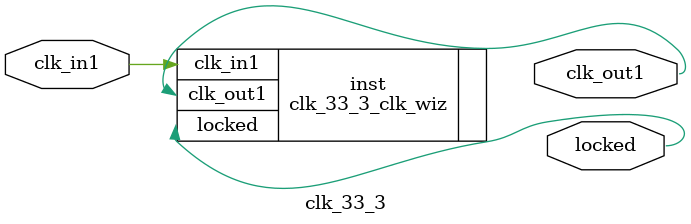
<source format=v>


`timescale 1ps/1ps

(* CORE_GENERATION_INFO = "clk_33_3,clk_wiz_v6_0_9_0_0,{component_name=clk_33_3,use_phase_alignment=true,use_min_o_jitter=false,use_max_i_jitter=false,use_dyn_phase_shift=false,use_inclk_switchover=false,use_dyn_reconfig=false,enable_axi=0,feedback_source=FDBK_AUTO,PRIMITIVE=MMCM,num_out_clk=1,clkin1_period=10.000,clkin2_period=10.000,use_power_down=false,use_reset=false,use_locked=true,use_inclk_stopped=false,feedback_type=SINGLE,CLOCK_MGR_TYPE=NA,manual_override=false}" *)

module clk_33_3 
 (
  // Clock out ports
  output        clk_out1,
  // Status and control signals
  output        locked,
 // Clock in ports
  input         clk_in1
 );

  clk_33_3_clk_wiz inst
  (
  // Clock out ports  
  .clk_out1(clk_out1),
  // Status and control signals               
  .locked(locked),
 // Clock in ports
  .clk_in1(clk_in1)
  );

endmodule

</source>
